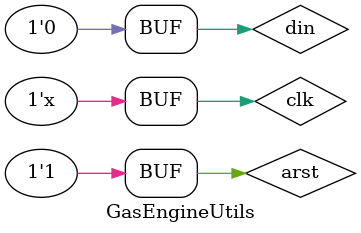
<source format=v>
/*--  *******************************************************
--  Computer Architecture Course, Laboratory Sources 
--  Amirkabir University of Technology (Tehran Polytechnic)
--  Department of Computer Engineering (CE-AUT)
--  https://ce[dot]aut[dot]ac[dot]ir
--  *******************************************************
--  All Rights reserved (C) 2019-2020
--  *******************************************************
--  Student ID  : 
--  Student Name: 
--  Student Mail: 
--  *******************************************************
--  Additional Comments:
--
--*/

/*-----------------------------------------------------------
---  Module Name: Gas Engine Utils
---  Description: Module2:
-----------------------------------------------------------*/
`timescale 1 ns/1 ns

module GasEngineUtils();

	reg arst, clk, din;
	wire [2:0]dout;
	
	GasDetectorSensor gds(arst, clk, din, dout);
	
	always begin
		#5; clk = ~clk;
	end
		
	initial begin
		clk = 0; arst = 1; din = 0; #10
		din = 1; #10;
		din = 0; #10;
		din = 1; #10;
		din = 1; #10;
		din = 1; #10;
		din = 0; #10;
		din = 1; #10;
		din = 0; #10;
		din = 1; #10;
		din = 0; #10; //ch4
		din = 0; #10; 
		din = 1; #10; 
		din = 0; #10;
		din = 0; #10;
		din = 1; #10;
		din = 1; #10; //co
		din = 1; #10;
		din = 0; #10;
		din = 0; #10;
		din = 1; #10;
		din = 0; #10;
		din = 0; #10;
		din = 1; #10;
		din = 0; #10;
		din = 0; #10; //co2
	end
endmodule

</source>
